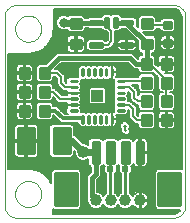
<source format=gtl>
G75*
%MOIN*%
%OFA0B0*%
%FSLAX24Y24*%
%IPPOS*%
%LPD*%
%AMOC8*
5,1,8,0,0,1.08239X$1,22.5*
%
%ADD10C,0.0000*%
%ADD11C,0.0060*%
%ADD12C,0.0101*%
%ADD13C,0.0100*%
%ADD14R,0.0394X0.0394*%
%ADD15C,0.0098*%
%ADD16C,0.0124*%
%ADD17C,0.0397*%
%ADD18C,0.0100*%
%ADD19C,0.0100*%
%ADD20C,0.0240*%
%ADD21C,0.0080*%
%ADD22C,0.0160*%
%ADD23C,0.0120*%
%ADD24C,0.0240*%
%ADD25C,0.0320*%
%ADD26C,0.0400*%
D10*
X000100Y000494D02*
X000100Y006793D01*
X000102Y006832D01*
X000108Y006870D01*
X000117Y006907D01*
X000130Y006944D01*
X000147Y006979D01*
X000166Y007012D01*
X000189Y007043D01*
X000215Y007072D01*
X000244Y007098D01*
X000275Y007121D01*
X000308Y007140D01*
X000343Y007157D01*
X000380Y007170D01*
X000417Y007179D01*
X000455Y007185D01*
X000494Y007187D01*
X005737Y007187D01*
X005776Y007185D01*
X005814Y007179D01*
X005851Y007170D01*
X005888Y007157D01*
X005923Y007140D01*
X005956Y007121D01*
X005987Y007098D01*
X006016Y007072D01*
X006042Y007043D01*
X006065Y007012D01*
X006084Y006979D01*
X006101Y006944D01*
X006114Y006907D01*
X006123Y006870D01*
X006129Y006832D01*
X006131Y006793D01*
X006131Y000494D01*
X006129Y000455D01*
X006123Y000417D01*
X006114Y000380D01*
X006101Y000343D01*
X006084Y000308D01*
X006065Y000275D01*
X006042Y000244D01*
X006016Y000215D01*
X005987Y000189D01*
X005956Y000166D01*
X005923Y000147D01*
X005888Y000130D01*
X005851Y000117D01*
X005814Y000108D01*
X005776Y000102D01*
X005737Y000100D01*
X000494Y000100D01*
X000455Y000102D01*
X000417Y000108D01*
X000380Y000117D01*
X000343Y000130D01*
X000308Y000147D01*
X000275Y000166D01*
X000244Y000189D01*
X000215Y000215D01*
X000189Y000244D01*
X000166Y000275D01*
X000147Y000308D01*
X000130Y000343D01*
X000117Y000380D01*
X000108Y000417D01*
X000102Y000455D01*
X000100Y000494D01*
X000454Y000887D02*
X000456Y000928D01*
X000462Y000969D01*
X000472Y001009D01*
X000485Y001048D01*
X000502Y001085D01*
X000523Y001121D01*
X000547Y001155D01*
X000574Y001186D01*
X000603Y001214D01*
X000636Y001240D01*
X000670Y001262D01*
X000707Y001281D01*
X000745Y001296D01*
X000785Y001308D01*
X000825Y001316D01*
X000866Y001320D01*
X000908Y001320D01*
X000949Y001316D01*
X000989Y001308D01*
X001029Y001296D01*
X001067Y001281D01*
X001103Y001262D01*
X001138Y001240D01*
X001171Y001214D01*
X001200Y001186D01*
X001227Y001155D01*
X001251Y001121D01*
X001272Y001085D01*
X001289Y001048D01*
X001302Y001009D01*
X001312Y000969D01*
X001318Y000928D01*
X001320Y000887D01*
X001318Y000846D01*
X001312Y000805D01*
X001302Y000765D01*
X001289Y000726D01*
X001272Y000689D01*
X001251Y000653D01*
X001227Y000619D01*
X001200Y000588D01*
X001171Y000560D01*
X001138Y000534D01*
X001104Y000512D01*
X001067Y000493D01*
X001029Y000478D01*
X000989Y000466D01*
X000949Y000458D01*
X000908Y000454D01*
X000866Y000454D01*
X000825Y000458D01*
X000785Y000466D01*
X000745Y000478D01*
X000707Y000493D01*
X000671Y000512D01*
X000636Y000534D01*
X000603Y000560D01*
X000574Y000588D01*
X000547Y000619D01*
X000523Y000653D01*
X000502Y000689D01*
X000485Y000726D01*
X000472Y000765D01*
X000462Y000805D01*
X000456Y000846D01*
X000454Y000887D01*
X000454Y006399D02*
X000456Y006440D01*
X000462Y006481D01*
X000472Y006521D01*
X000485Y006560D01*
X000502Y006597D01*
X000523Y006633D01*
X000547Y006667D01*
X000574Y006698D01*
X000603Y006726D01*
X000636Y006752D01*
X000670Y006774D01*
X000707Y006793D01*
X000745Y006808D01*
X000785Y006820D01*
X000825Y006828D01*
X000866Y006832D01*
X000908Y006832D01*
X000949Y006828D01*
X000989Y006820D01*
X001029Y006808D01*
X001067Y006793D01*
X001103Y006774D01*
X001138Y006752D01*
X001171Y006726D01*
X001200Y006698D01*
X001227Y006667D01*
X001251Y006633D01*
X001272Y006597D01*
X001289Y006560D01*
X001302Y006521D01*
X001312Y006481D01*
X001318Y006440D01*
X001320Y006399D01*
X001318Y006358D01*
X001312Y006317D01*
X001302Y006277D01*
X001289Y006238D01*
X001272Y006201D01*
X001251Y006165D01*
X001227Y006131D01*
X001200Y006100D01*
X001171Y006072D01*
X001138Y006046D01*
X001104Y006024D01*
X001067Y006005D01*
X001029Y005990D01*
X000989Y005978D01*
X000949Y005970D01*
X000908Y005966D01*
X000866Y005966D01*
X000825Y005970D01*
X000785Y005978D01*
X000745Y005990D01*
X000707Y006005D01*
X000671Y006024D01*
X000636Y006046D01*
X000603Y006072D01*
X000574Y006100D01*
X000547Y006131D01*
X000523Y006165D01*
X000502Y006201D01*
X000485Y006238D01*
X000472Y006277D01*
X000462Y006317D01*
X000456Y006358D01*
X000454Y006399D01*
D11*
X000230Y005563D02*
X000923Y005563D01*
X000924Y005562D01*
X000936Y005563D01*
X000947Y005563D01*
X000948Y005564D01*
X001050Y005575D01*
X001053Y005574D01*
X001063Y005576D01*
X001074Y005577D01*
X001076Y005580D01*
X001176Y005606D01*
X001178Y005605D01*
X001188Y005610D01*
X001198Y005612D01*
X001200Y005615D01*
X001294Y005657D01*
X001297Y005656D01*
X001306Y005662D01*
X001316Y005666D01*
X001317Y005669D01*
X001404Y005725D01*
X001407Y005725D01*
X001414Y005732D01*
X001423Y005738D01*
X001424Y005741D01*
X001501Y005810D01*
X001504Y005810D01*
X001511Y005819D01*
X001519Y005826D01*
X001519Y005829D01*
X001584Y005909D01*
X001587Y005910D01*
X001592Y005919D01*
X001599Y005927D01*
X001598Y005930D01*
X001650Y006019D01*
X001653Y006021D01*
X001657Y006031D01*
X001662Y006040D01*
X001661Y006043D01*
X001699Y006139D01*
X001701Y006141D01*
X001703Y006151D01*
X001707Y006161D01*
X001706Y006164D01*
X001727Y006265D01*
X001730Y006267D01*
X001730Y006277D01*
X001732Y006288D01*
X001731Y006290D01*
X001736Y006392D01*
X001737Y006392D01*
X001737Y006405D01*
X001738Y006417D01*
X001737Y006418D01*
X001897Y006418D01*
X001927Y006388D02*
X001857Y006458D01*
X001819Y006550D01*
X001819Y006650D01*
X001857Y006742D01*
X001927Y006812D01*
X002019Y006850D01*
X002118Y006850D01*
X002210Y006812D01*
X002213Y006810D01*
X002213Y006810D01*
X002250Y006846D01*
X002700Y006846D01*
X002777Y006769D01*
X002878Y006769D01*
X002777Y006769D01*
X002719Y006828D02*
X003342Y006828D01*
X003323Y006808D02*
X003323Y006797D01*
X002906Y006797D01*
X002878Y006769D01*
X002878Y006429D02*
X002782Y006429D01*
X002782Y006354D01*
X002700Y006273D01*
X002250Y006273D01*
X002168Y006354D01*
X002168Y006371D01*
X002118Y006350D01*
X002019Y006350D01*
X001927Y006388D01*
X001996Y006360D02*
X001735Y006360D01*
X001737Y006418D02*
X001737Y007057D01*
X005737Y007057D01*
X005788Y007052D01*
X005883Y007012D01*
X005956Y006939D01*
X005995Y006844D01*
X006001Y006793D01*
X006001Y001722D01*
X005189Y001722D01*
X005100Y001633D01*
X005100Y000450D01*
X005189Y000361D01*
X005962Y000361D01*
X005956Y000347D01*
X005883Y000274D01*
X005788Y000235D01*
X005737Y000230D01*
X001730Y000230D01*
X001730Y000375D01*
X001744Y000361D01*
X002573Y000361D01*
X002662Y000450D01*
X002662Y001633D01*
X002573Y001722D01*
X001744Y001722D01*
X001655Y001633D01*
X001655Y001245D01*
X001636Y001288D01*
X001637Y001291D01*
X001631Y001300D01*
X001627Y001309D01*
X001624Y001310D01*
X001568Y001397D01*
X001568Y001400D01*
X001561Y001408D01*
X001555Y001417D01*
X001552Y001418D01*
X001483Y001495D01*
X001483Y001497D01*
X001474Y001504D01*
X001467Y001512D01*
X001464Y001512D01*
X001384Y001577D01*
X001383Y001580D01*
X001374Y001586D01*
X001366Y001592D01*
X001363Y001592D01*
X001274Y001644D01*
X001272Y001646D01*
X001262Y001650D01*
X001253Y001656D01*
X001250Y001655D01*
X001154Y001692D01*
X001152Y001695D01*
X001142Y001697D01*
X001132Y001701D01*
X001129Y001699D01*
X001028Y001721D01*
X001026Y001723D01*
X001016Y001724D01*
X001005Y001726D01*
X001003Y001724D01*
X000901Y001730D01*
X000901Y001731D01*
X000888Y001731D01*
X000876Y001731D01*
X000875Y001731D01*
X000230Y001731D01*
X000230Y005563D01*
X000230Y005541D02*
X001800Y005541D01*
X001842Y005582D02*
X001479Y005219D01*
X001229Y005219D01*
X001148Y005137D01*
X001148Y004688D01*
X001229Y004606D01*
X001640Y004606D01*
X001721Y004688D01*
X001721Y004783D01*
X001796Y004783D01*
X001845Y004734D01*
X001845Y004546D01*
X001688Y004546D01*
X001721Y004512D02*
X001640Y004594D01*
X001229Y004594D01*
X001148Y004512D01*
X001148Y004063D01*
X001229Y003981D01*
X001640Y003981D01*
X001721Y004063D01*
X001721Y004107D01*
X001895Y003934D01*
X002171Y003934D01*
X002168Y003930D01*
X002159Y003895D01*
X002159Y003867D01*
X002159Y003840D01*
X002168Y003804D01*
X002187Y003772D01*
X002190Y003769D01*
X002159Y003737D01*
X002159Y003603D01*
X002200Y003562D01*
X002100Y003562D01*
X001850Y003812D01*
X001721Y003812D01*
X001721Y003887D01*
X001640Y003969D01*
X001229Y003969D01*
X001148Y003887D01*
X001148Y003438D01*
X001229Y003356D01*
X001640Y003356D01*
X001721Y003438D01*
X001721Y003513D01*
X001725Y003513D01*
X001888Y003350D01*
X001975Y003263D01*
X002553Y003263D01*
X002553Y003210D01*
X002635Y003128D01*
X002769Y003128D01*
X002800Y003159D01*
X002832Y003128D01*
X002965Y003128D01*
X002997Y003159D01*
X003028Y003128D01*
X003162Y003128D01*
X003194Y003159D01*
X003225Y003128D01*
X003359Y003128D01*
X003391Y003159D01*
X003422Y003128D01*
X003556Y003128D01*
X003587Y003159D01*
X003591Y003156D01*
X003623Y003137D01*
X003659Y003128D01*
X003686Y003128D01*
X003713Y003128D01*
X003749Y003137D01*
X003781Y003156D01*
X003807Y003182D01*
X003825Y003214D01*
X003835Y003249D01*
X003835Y003375D01*
X003686Y003375D01*
X003686Y003375D01*
X003686Y003128D01*
X003686Y003375D01*
X003686Y003375D01*
X003835Y003375D01*
X003835Y003501D01*
X003829Y003521D01*
X004147Y003521D01*
X004229Y003603D01*
X004229Y003694D01*
X004251Y003671D01*
X004251Y003421D01*
X004376Y003296D01*
X004452Y003220D01*
X004541Y003220D01*
X004541Y003125D01*
X004623Y003043D01*
X005033Y003043D01*
X005115Y003125D01*
X005115Y003575D01*
X005033Y003657D01*
X004623Y003657D01*
X004541Y003575D01*
X004541Y003499D01*
X004511Y003529D01*
X004511Y003779D01*
X004435Y003855D01*
X004293Y003997D01*
X004229Y003997D01*
X004229Y004131D01*
X004197Y004162D01*
X004229Y004194D01*
X004229Y004288D01*
X004283Y004234D01*
X004283Y004046D01*
X004359Y003970D01*
X004408Y003921D01*
X004484Y003845D01*
X004541Y003845D01*
X004541Y003750D01*
X004623Y003668D01*
X005033Y003668D01*
X005115Y003750D01*
X005115Y004200D01*
X005033Y004282D01*
X004623Y004282D01*
X004542Y004201D01*
X004542Y004341D01*
X004466Y004417D01*
X004359Y004525D01*
X004541Y004525D01*
X004541Y004375D01*
X004623Y004293D01*
X005033Y004293D01*
X005115Y004375D01*
X005115Y004825D01*
X005033Y004907D01*
X004623Y004907D01*
X004541Y004825D01*
X004541Y004785D01*
X004166Y004785D01*
X004147Y004804D01*
X003829Y004804D01*
X003835Y004824D01*
X003835Y004950D01*
X003835Y005076D01*
X003825Y005111D01*
X003807Y005143D01*
X003781Y005169D01*
X003749Y005188D01*
X003713Y005197D01*
X003686Y005197D01*
X003686Y004950D01*
X003835Y004950D01*
X003686Y004950D01*
X003686Y004950D01*
X003686Y004950D01*
X003686Y005197D01*
X003659Y005197D01*
X003623Y005188D01*
X003591Y005169D01*
X003587Y005166D01*
X003556Y005197D01*
X003422Y005197D01*
X003391Y005166D01*
X003359Y005197D01*
X003225Y005197D01*
X003194Y005166D01*
X003162Y005197D01*
X003028Y005197D01*
X002997Y005166D01*
X002965Y005197D01*
X002832Y005197D01*
X002800Y005166D01*
X002769Y005197D01*
X002635Y005197D01*
X002553Y005115D01*
X002553Y004804D01*
X002241Y004804D01*
X002159Y004722D01*
X002159Y004600D01*
X002105Y004654D01*
X002105Y004841D01*
X001980Y004966D01*
X001904Y005042D01*
X001783Y005042D01*
X001983Y005243D01*
X004217Y005243D01*
X004405Y005055D01*
X004541Y005055D01*
X004541Y005000D01*
X004623Y004918D01*
X005033Y004918D01*
X005050Y004935D01*
X005210Y004775D01*
X005210Y004375D01*
X005292Y004293D01*
X005367Y004293D01*
X005367Y004282D01*
X005292Y004282D01*
X005210Y004200D01*
X005210Y003750D01*
X005292Y003668D01*
X005702Y003668D01*
X005784Y003750D01*
X005784Y004200D01*
X005702Y004282D01*
X005627Y004282D01*
X005627Y004293D01*
X005702Y004293D01*
X005784Y004375D01*
X005784Y004825D01*
X005702Y004907D01*
X005446Y004907D01*
X005434Y004918D01*
X005467Y004918D01*
X005467Y005195D01*
X005210Y005195D01*
X005210Y005142D01*
X005115Y005238D01*
X005115Y005450D01*
X005033Y005532D01*
X005020Y005532D01*
X005020Y005604D01*
X005075Y005604D01*
X005157Y005685D01*
X005157Y006096D01*
X005075Y006177D01*
X004826Y006177D01*
X004730Y006273D01*
X005075Y006273D01*
X005157Y006354D01*
X005157Y006390D01*
X005290Y006390D01*
X005290Y006355D01*
X005372Y006273D01*
X005703Y006273D01*
X005785Y006355D01*
X005785Y006686D01*
X005703Y006768D01*
X005372Y006768D01*
X005290Y006686D01*
X005290Y006650D01*
X005157Y006650D01*
X005157Y006765D01*
X005075Y006846D01*
X004625Y006846D01*
X004543Y006765D01*
X004543Y006459D01*
X004501Y006502D01*
X004501Y006715D01*
X004419Y006797D01*
X004002Y006797D01*
X004002Y006808D01*
X003920Y006890D01*
X003705Y006890D01*
X003662Y006848D01*
X003620Y006890D01*
X003405Y006890D01*
X003323Y006808D01*
X003401Y006886D02*
X001737Y006886D01*
X001737Y006828D02*
X001965Y006828D01*
X001884Y006769D02*
X001737Y006769D01*
X001737Y006711D02*
X001844Y006711D01*
X001820Y006652D02*
X001737Y006652D01*
X001737Y006594D02*
X001819Y006594D01*
X001825Y006535D02*
X001737Y006535D01*
X001737Y006477D02*
X001849Y006477D01*
X001731Y006301D02*
X002222Y006301D01*
X002168Y006360D02*
X002141Y006360D01*
X002254Y006168D02*
X002222Y006149D01*
X002196Y006123D01*
X002178Y006092D01*
X002168Y006056D01*
X002168Y005920D01*
X002445Y005920D01*
X002445Y005860D01*
X002505Y005860D01*
X002505Y005604D01*
X002661Y005604D01*
X002696Y005613D01*
X002728Y005631D01*
X002754Y005657D01*
X002772Y005689D01*
X002782Y005724D01*
X002782Y005860D01*
X002505Y005860D01*
X002505Y005920D01*
X002782Y005920D01*
X002782Y006056D01*
X002772Y006092D01*
X002754Y006123D01*
X002728Y006149D01*
X002696Y006168D01*
X002661Y006177D01*
X002505Y006177D01*
X002505Y005920D01*
X002445Y005920D01*
X002445Y006177D01*
X002289Y006177D01*
X002254Y006168D01*
X002198Y006126D02*
X001693Y006126D01*
X001710Y006184D02*
X002824Y006184D01*
X002819Y006184D02*
X003506Y006184D01*
X003533Y006184D02*
X003477Y006184D01*
X003477Y006201D02*
X003477Y006148D01*
X003467Y006113D01*
X003449Y006081D01*
X003423Y006055D01*
X003402Y006042D01*
X003464Y005980D01*
X003484Y005980D01*
X003533Y006029D01*
X003533Y006265D01*
X003487Y006310D01*
X003506Y006291D01*
X003506Y006038D01*
X003407Y006038D01*
X003395Y006049D01*
X002906Y006049D01*
X002895Y006038D01*
X002819Y006038D01*
X002819Y006413D01*
X002895Y006413D01*
X002906Y006401D01*
X003323Y006401D01*
X003323Y006392D01*
X003405Y006310D01*
X003487Y006310D01*
X003475Y006310D01*
X003477Y006302D01*
X003477Y006249D01*
X003175Y006249D01*
X003175Y006201D01*
X003477Y006201D01*
X003506Y006243D02*
X002819Y006243D01*
X002824Y006249D02*
X003127Y006249D01*
X003127Y006201D01*
X002824Y006201D01*
X002824Y006148D01*
X002834Y006113D01*
X002852Y006081D01*
X002878Y006055D01*
X002900Y006042D01*
X002824Y005967D01*
X002824Y005735D01*
X002906Y005653D01*
X003395Y005653D01*
X003462Y005720D01*
X003591Y005720D01*
X003667Y005796D01*
X003792Y005921D01*
X003792Y006310D01*
X003920Y006310D01*
X004002Y006392D01*
X004002Y006401D01*
X004117Y006401D01*
X004136Y006377D01*
X004147Y006375D01*
X004543Y005979D01*
X004543Y005685D01*
X004625Y005604D01*
X004680Y005604D01*
X004680Y005532D01*
X004623Y005532D01*
X004541Y005450D01*
X004541Y005399D01*
X004358Y005582D01*
X001842Y005582D01*
X001742Y005482D02*
X000230Y005482D01*
X000230Y005424D02*
X001683Y005424D01*
X001625Y005365D02*
X000230Y005365D01*
X000230Y005307D02*
X001566Y005307D01*
X001508Y005248D02*
X000230Y005248D01*
X000230Y005190D02*
X000531Y005190D01*
X000532Y005191D02*
X000506Y005165D01*
X000488Y005134D01*
X000479Y005098D01*
X000479Y004942D01*
X000735Y004942D01*
X000735Y004883D01*
X000479Y004883D01*
X000479Y004727D01*
X000488Y004691D01*
X000506Y004660D01*
X000532Y004634D01*
X000564Y004615D01*
X000599Y004606D01*
X000735Y004606D01*
X000735Y004882D01*
X000795Y004882D01*
X000795Y004606D01*
X000931Y004606D01*
X000967Y004615D01*
X000998Y004634D01*
X001024Y004660D01*
X001043Y004691D01*
X001052Y004727D01*
X001052Y004883D01*
X000795Y004883D01*
X000795Y004942D01*
X001052Y004942D01*
X001052Y005098D01*
X001043Y005134D01*
X001024Y005165D01*
X000998Y005191D01*
X000967Y005210D01*
X000931Y005219D01*
X000795Y005219D01*
X000795Y004943D01*
X000735Y004943D01*
X000735Y005219D01*
X000599Y005219D01*
X000564Y005210D01*
X000532Y005191D01*
X000487Y005131D02*
X000230Y005131D01*
X000230Y005073D02*
X000479Y005073D01*
X000479Y005014D02*
X000230Y005014D01*
X000230Y004956D02*
X000479Y004956D01*
X000479Y004839D02*
X000230Y004839D01*
X000230Y004897D02*
X000735Y004897D01*
X000735Y004839D02*
X000795Y004839D01*
X000795Y004897D02*
X001148Y004897D01*
X001148Y004839D02*
X001052Y004839D01*
X001052Y004780D02*
X001148Y004780D01*
X001148Y004722D02*
X001051Y004722D01*
X001026Y004663D02*
X001172Y004663D01*
X001181Y004546D02*
X001019Y004546D01*
X001024Y004540D02*
X000998Y004566D01*
X000967Y004585D01*
X000931Y004594D01*
X000795Y004594D01*
X000795Y004318D01*
X000735Y004318D01*
X000735Y004594D01*
X000599Y004594D01*
X000564Y004585D01*
X000532Y004566D01*
X000506Y004540D01*
X000488Y004509D01*
X000479Y004473D01*
X000479Y004317D01*
X000735Y004317D01*
X000735Y004258D01*
X000479Y004258D01*
X000479Y004102D01*
X000488Y004066D01*
X000506Y004035D01*
X000532Y004009D01*
X000564Y003990D01*
X000599Y003981D01*
X000735Y003981D01*
X000735Y004257D01*
X000795Y004257D01*
X000795Y003981D01*
X000931Y003981D01*
X000967Y003990D01*
X000998Y004009D01*
X001024Y004035D01*
X001043Y004066D01*
X001052Y004102D01*
X001052Y004258D01*
X000795Y004258D01*
X000795Y004317D01*
X001052Y004317D01*
X001052Y004473D01*
X001043Y004509D01*
X001024Y004540D01*
X001048Y004488D02*
X001148Y004488D01*
X001148Y004429D02*
X001052Y004429D01*
X001052Y004371D02*
X001148Y004371D01*
X001148Y004312D02*
X000795Y004312D01*
X000795Y004254D02*
X000735Y004254D01*
X000735Y004312D02*
X000230Y004312D01*
X000230Y004254D02*
X000479Y004254D01*
X000479Y004195D02*
X000230Y004195D01*
X000230Y004137D02*
X000479Y004137D01*
X000485Y004078D02*
X000230Y004078D01*
X000230Y004020D02*
X000522Y004020D01*
X000564Y003960D02*
X000532Y003941D01*
X000506Y003915D01*
X000488Y003884D01*
X000479Y003848D01*
X000479Y003692D01*
X000735Y003692D01*
X000735Y003633D01*
X000479Y003633D01*
X000479Y003477D01*
X000488Y003441D01*
X000506Y003410D01*
X000532Y003384D01*
X000564Y003365D01*
X000599Y003356D01*
X000735Y003356D01*
X000735Y003632D01*
X000795Y003632D01*
X000795Y003356D01*
X000931Y003356D01*
X000967Y003365D01*
X000998Y003384D01*
X001024Y003410D01*
X001043Y003441D01*
X001052Y003477D01*
X001052Y003633D01*
X000795Y003633D01*
X000795Y003692D01*
X001052Y003692D01*
X001052Y003848D01*
X001043Y003884D01*
X001024Y003915D01*
X000998Y003941D01*
X000967Y003960D01*
X000931Y003969D01*
X000795Y003969D01*
X000795Y003693D01*
X000735Y003693D01*
X000735Y003969D01*
X000599Y003969D01*
X000564Y003960D01*
X000569Y003961D02*
X000230Y003961D01*
X000230Y003903D02*
X000499Y003903D01*
X000479Y003844D02*
X000230Y003844D01*
X000230Y003786D02*
X000479Y003786D01*
X000479Y003727D02*
X000230Y003727D01*
X000230Y003669D02*
X000735Y003669D01*
X000735Y003727D02*
X000795Y003727D01*
X000795Y003669D02*
X001148Y003669D01*
X001148Y003727D02*
X001052Y003727D01*
X001052Y003786D02*
X001148Y003786D01*
X001148Y003844D02*
X001052Y003844D01*
X001032Y003903D02*
X001163Y003903D01*
X001221Y003961D02*
X000961Y003961D01*
X001009Y004020D02*
X001191Y004020D01*
X001148Y004078D02*
X001046Y004078D01*
X001052Y004137D02*
X001148Y004137D01*
X001148Y004195D02*
X001052Y004195D01*
X001052Y004254D02*
X001148Y004254D01*
X000795Y004195D02*
X000735Y004195D01*
X000735Y004137D02*
X000795Y004137D01*
X000795Y004078D02*
X000735Y004078D01*
X000735Y004020D02*
X000795Y004020D01*
X000795Y003961D02*
X000735Y003961D01*
X000735Y003903D02*
X000795Y003903D01*
X000795Y003844D02*
X000735Y003844D01*
X000735Y003786D02*
X000795Y003786D01*
X000795Y003610D02*
X000735Y003610D01*
X000735Y003552D02*
X000795Y003552D01*
X000795Y003493D02*
X000735Y003493D01*
X000735Y003435D02*
X000795Y003435D01*
X000795Y003376D02*
X000735Y003376D01*
X000792Y003225D02*
X000539Y003225D01*
X000503Y003215D01*
X000471Y003197D01*
X000445Y003171D01*
X000427Y003139D01*
X000417Y003103D01*
X000417Y002692D01*
X000792Y002692D01*
X000792Y002633D01*
X000417Y002633D01*
X000417Y002222D01*
X000427Y002186D01*
X000445Y002154D01*
X000471Y002128D01*
X000503Y002110D01*
X000539Y002100D01*
X000792Y002100D01*
X000792Y002632D01*
X000852Y002632D01*
X000852Y002100D01*
X001105Y002100D01*
X001141Y002110D01*
X001173Y002128D01*
X001199Y002154D01*
X001217Y002186D01*
X001227Y002222D01*
X001227Y002633D01*
X000852Y002633D01*
X000852Y002692D01*
X001227Y002692D01*
X001227Y003103D01*
X001217Y003139D01*
X001199Y003171D01*
X001173Y003197D01*
X001141Y003215D01*
X001105Y003225D01*
X000852Y003225D01*
X000852Y002693D01*
X000792Y002693D01*
X000792Y003225D01*
X000792Y003201D02*
X000852Y003201D01*
X000852Y003142D02*
X000792Y003142D01*
X000792Y003084D02*
X000852Y003084D01*
X000852Y003025D02*
X000792Y003025D01*
X000792Y002967D02*
X000852Y002967D01*
X000852Y002908D02*
X000792Y002908D01*
X000792Y002850D02*
X000852Y002850D01*
X000852Y002791D02*
X000792Y002791D01*
X000792Y002733D02*
X000852Y002733D01*
X000852Y002674D02*
X001598Y002674D01*
X001598Y002616D02*
X001227Y002616D01*
X001227Y002557D02*
X001598Y002557D01*
X001598Y002499D02*
X001227Y002499D01*
X001227Y002440D02*
X001598Y002440D01*
X001598Y002382D02*
X001227Y002382D01*
X001227Y002323D02*
X001598Y002323D01*
X001598Y002265D02*
X001227Y002265D01*
X001223Y002206D02*
X001598Y002206D01*
X001598Y002182D02*
X001680Y002100D01*
X002326Y002100D01*
X002408Y002182D01*
X002408Y002308D01*
X002435Y002281D01*
X002435Y002230D01*
X002479Y002123D01*
X002561Y002042D01*
X002667Y001998D01*
X002783Y001998D01*
X002889Y002042D01*
X002896Y002048D01*
X002896Y001870D01*
X002973Y001793D01*
X002973Y001620D01*
X002936Y001582D01*
X002836Y001483D01*
X002836Y000745D01*
X002855Y000727D01*
X002855Y000622D01*
X002899Y000516D01*
X002980Y000435D01*
X003086Y000391D01*
X003200Y000391D01*
X003306Y000435D01*
X003388Y000516D01*
X003389Y000519D01*
X003391Y000516D01*
X003472Y000435D01*
X003578Y000391D01*
X003693Y000391D01*
X003799Y000435D01*
X003880Y000516D01*
X003881Y000519D01*
X003883Y000516D01*
X003964Y000435D01*
X004070Y000391D01*
X004185Y000391D01*
X004291Y000435D01*
X004372Y000516D01*
X004376Y000525D01*
X004395Y000495D01*
X004436Y000455D01*
X004483Y000423D01*
X004535Y000402D01*
X004591Y000391D01*
X004600Y000391D01*
X004600Y000660D01*
X004639Y000660D01*
X004639Y000698D01*
X004908Y000698D01*
X004908Y000707D01*
X004897Y000763D01*
X004875Y000816D01*
X004843Y000863D01*
X004803Y000903D01*
X004756Y000935D01*
X004704Y000956D01*
X004648Y000968D01*
X004639Y000968D01*
X004639Y000698D01*
X004600Y000698D01*
X004600Y000968D01*
X004591Y000968D01*
X004535Y000956D01*
X004483Y000935D01*
X004436Y000903D01*
X004395Y000863D01*
X004376Y000833D01*
X004372Y000842D01*
X004291Y000924D01*
X004271Y000932D01*
X004271Y001568D01*
X004341Y001638D01*
X004341Y001812D01*
X004329Y001824D01*
X004375Y001870D01*
X004375Y001899D01*
X004382Y001874D01*
X004400Y001842D01*
X004426Y001816D01*
X004458Y001798D01*
X004494Y001788D01*
X004589Y001788D01*
X004589Y002242D01*
X004649Y002242D01*
X004649Y001788D01*
X004745Y001788D01*
X004781Y001798D01*
X004813Y001816D01*
X004839Y001842D01*
X004857Y001874D01*
X004867Y001910D01*
X004867Y002242D01*
X004649Y002242D01*
X004649Y002302D01*
X004589Y002302D01*
X004589Y002755D01*
X004494Y002755D01*
X004458Y002746D01*
X004426Y002727D01*
X004400Y002701D01*
X004382Y002669D01*
X004375Y002644D01*
X004375Y002673D01*
X004293Y002755D01*
X003962Y002755D01*
X003881Y002675D01*
X003800Y002755D01*
X003470Y002755D01*
X003389Y002675D01*
X003308Y002755D01*
X002978Y002755D01*
X002896Y002673D01*
X002896Y002527D01*
X002889Y002533D01*
X002783Y002577D01*
X002732Y002577D01*
X002560Y002749D01*
X002560Y002749D01*
X002437Y002872D01*
X002408Y002872D01*
X002408Y003143D01*
X002326Y003225D01*
X001680Y003225D01*
X001598Y003143D01*
X001598Y002182D01*
X001633Y002148D02*
X001192Y002148D01*
X000852Y002148D02*
X000792Y002148D01*
X000792Y002206D02*
X000852Y002206D01*
X000852Y002265D02*
X000792Y002265D01*
X000792Y002323D02*
X000852Y002323D01*
X000852Y002382D02*
X000792Y002382D01*
X000792Y002440D02*
X000852Y002440D01*
X000852Y002499D02*
X000792Y002499D01*
X000792Y002557D02*
X000852Y002557D01*
X000852Y002616D02*
X000792Y002616D01*
X000792Y002674D02*
X000230Y002674D01*
X000230Y002616D02*
X000417Y002616D01*
X000417Y002557D02*
X000230Y002557D01*
X000230Y002499D02*
X000417Y002499D01*
X000417Y002440D02*
X000230Y002440D01*
X000230Y002382D02*
X000417Y002382D01*
X000417Y002323D02*
X000230Y002323D01*
X000230Y002265D02*
X000417Y002265D01*
X000421Y002206D02*
X000230Y002206D01*
X000230Y002148D02*
X000452Y002148D01*
X000230Y002089D02*
X002513Y002089D01*
X002469Y002148D02*
X002373Y002148D01*
X002408Y002206D02*
X002445Y002206D01*
X002435Y002265D02*
X002408Y002265D01*
X002588Y002031D02*
X000230Y002031D01*
X000230Y001972D02*
X002896Y001972D01*
X002896Y001914D02*
X000230Y001914D01*
X000230Y001855D02*
X002911Y001855D01*
X002969Y001797D02*
X000230Y001797D01*
X000230Y001738D02*
X002973Y001738D01*
X002973Y001680D02*
X002616Y001680D01*
X002662Y001621D02*
X002973Y001621D01*
X002916Y001563D02*
X002662Y001563D01*
X002662Y001504D02*
X002857Y001504D01*
X002836Y001446D02*
X002662Y001446D01*
X002662Y001387D02*
X002836Y001387D01*
X002836Y001329D02*
X002662Y001329D01*
X002662Y001270D02*
X002836Y001270D01*
X002836Y001212D02*
X002662Y001212D01*
X002662Y001153D02*
X002836Y001153D01*
X002836Y001095D02*
X002662Y001095D01*
X002662Y001036D02*
X002836Y001036D01*
X002836Y000978D02*
X002662Y000978D01*
X002662Y000919D02*
X002836Y000919D01*
X002836Y000861D02*
X002662Y000861D01*
X002662Y000802D02*
X002836Y000802D01*
X002838Y000744D02*
X002662Y000744D01*
X002662Y000685D02*
X002855Y000685D01*
X002855Y000627D02*
X002662Y000627D01*
X002662Y000568D02*
X002877Y000568D01*
X002905Y000510D02*
X002662Y000510D01*
X002662Y000451D02*
X002963Y000451D01*
X003081Y000393D02*
X002605Y000393D01*
X003205Y000393D02*
X003573Y000393D01*
X003697Y000393D02*
X004065Y000393D01*
X004189Y000393D02*
X004582Y000393D01*
X004600Y000393D02*
X004639Y000393D01*
X004639Y000391D02*
X004648Y000391D01*
X004704Y000402D01*
X004756Y000423D01*
X004803Y000455D01*
X004843Y000495D01*
X004875Y000542D01*
X004897Y000595D01*
X004908Y000651D01*
X004908Y000660D01*
X004639Y000660D01*
X004639Y000391D01*
X004657Y000393D02*
X005158Y000393D01*
X005100Y000451D02*
X004797Y000451D01*
X004853Y000510D02*
X005100Y000510D01*
X005100Y000568D02*
X004886Y000568D01*
X004903Y000627D02*
X005100Y000627D01*
X005100Y000685D02*
X004639Y000685D01*
X004639Y000627D02*
X004600Y000627D01*
X004600Y000568D02*
X004639Y000568D01*
X004639Y000510D02*
X004600Y000510D01*
X004600Y000451D02*
X004639Y000451D01*
X004442Y000451D02*
X004307Y000451D01*
X004366Y000510D02*
X004386Y000510D01*
X004600Y000744D02*
X004639Y000744D01*
X004639Y000802D02*
X004600Y000802D01*
X004600Y000861D02*
X004639Y000861D01*
X004639Y000919D02*
X004600Y000919D01*
X004459Y000919D02*
X004295Y000919D01*
X004271Y000978D02*
X005100Y000978D01*
X005100Y001036D02*
X004271Y001036D01*
X004271Y001095D02*
X005100Y001095D01*
X005100Y001153D02*
X004271Y001153D01*
X004271Y001212D02*
X005100Y001212D01*
X005100Y001270D02*
X004271Y001270D01*
X004271Y001329D02*
X005100Y001329D01*
X005100Y001387D02*
X004271Y001387D01*
X004271Y001446D02*
X005100Y001446D01*
X005100Y001504D02*
X004271Y001504D01*
X004271Y001563D02*
X005100Y001563D01*
X005100Y001621D02*
X004324Y001621D01*
X004341Y001680D02*
X005147Y001680D01*
X004846Y001855D02*
X006001Y001855D01*
X006001Y001797D02*
X004777Y001797D01*
X004867Y001914D02*
X006001Y001914D01*
X006001Y001972D02*
X004867Y001972D01*
X004867Y002031D02*
X006001Y002031D01*
X006001Y002089D02*
X004867Y002089D01*
X004867Y002148D02*
X006001Y002148D01*
X006001Y002206D02*
X004867Y002206D01*
X004867Y002302D02*
X004867Y002634D01*
X004857Y002669D01*
X004839Y002701D01*
X004813Y002727D01*
X004781Y002746D01*
X004745Y002755D01*
X004649Y002755D01*
X004649Y002302D01*
X004867Y002302D01*
X004867Y002323D02*
X006001Y002323D01*
X006001Y002265D02*
X004649Y002265D01*
X004649Y002323D02*
X004589Y002323D01*
X004589Y002382D02*
X004649Y002382D01*
X004649Y002440D02*
X004589Y002440D01*
X004589Y002499D02*
X004649Y002499D01*
X004649Y002557D02*
X004589Y002557D01*
X004589Y002616D02*
X004649Y002616D01*
X004649Y002674D02*
X004589Y002674D01*
X004589Y002733D02*
X004649Y002733D01*
X004804Y002733D02*
X006001Y002733D01*
X006001Y002791D02*
X002518Y002791D01*
X002460Y002850D02*
X006001Y002850D01*
X006001Y002908D02*
X004258Y002908D01*
X004274Y002924D02*
X004274Y003023D01*
X004237Y003060D01*
X004274Y003098D01*
X004274Y003197D01*
X004231Y003240D01*
X004231Y003240D01*
X004161Y003311D01*
X004061Y003311D01*
X003991Y003240D01*
X003948Y003197D01*
X003948Y003098D01*
X003991Y003054D01*
X003991Y002967D01*
X004105Y002854D01*
X004204Y002854D01*
X004274Y002924D01*
X004274Y002967D02*
X006001Y002967D01*
X006001Y003025D02*
X004273Y003025D01*
X004260Y003084D02*
X004583Y003084D01*
X004541Y003142D02*
X004274Y003142D01*
X004271Y003201D02*
X004541Y003201D01*
X004413Y003259D02*
X004212Y003259D01*
X004296Y003376D02*
X003835Y003376D01*
X003835Y003318D02*
X004355Y003318D01*
X004251Y003435D02*
X003835Y003435D01*
X003835Y003493D02*
X004251Y003493D01*
X004251Y003552D02*
X004177Y003552D01*
X004229Y003610D02*
X004251Y003610D01*
X004251Y003669D02*
X004229Y003669D01*
X004388Y003903D02*
X004426Y003903D01*
X004408Y003921D02*
X004408Y003921D01*
X004368Y003961D02*
X004329Y003961D01*
X004359Y003970D02*
X004359Y003970D01*
X004309Y004020D02*
X004229Y004020D01*
X004229Y004078D02*
X004283Y004078D01*
X004283Y004137D02*
X004223Y004137D01*
X004229Y004195D02*
X004283Y004195D01*
X004263Y004254D02*
X004229Y004254D01*
X004396Y004488D02*
X004541Y004488D01*
X004541Y004429D02*
X004455Y004429D01*
X004513Y004371D02*
X004545Y004371D01*
X004542Y004312D02*
X004604Y004312D01*
X004595Y004254D02*
X004542Y004254D01*
X004828Y003975D02*
X004850Y003997D01*
X004850Y003975D01*
X005115Y003961D02*
X005210Y003961D01*
X005210Y003903D02*
X005115Y003903D01*
X005115Y003844D02*
X005210Y003844D01*
X005210Y003786D02*
X005115Y003786D01*
X005092Y003727D02*
X005233Y003727D01*
X005292Y003669D02*
X005033Y003669D01*
X005080Y003610D02*
X005245Y003610D01*
X005238Y003603D02*
X005220Y003571D01*
X005210Y003536D01*
X005210Y003380D01*
X005467Y003380D01*
X005467Y003320D01*
X005210Y003320D01*
X005210Y003164D01*
X005220Y003129D01*
X005238Y003097D01*
X005264Y003071D01*
X005296Y003053D01*
X005331Y003043D01*
X005467Y003043D01*
X005467Y003320D01*
X005527Y003320D01*
X005527Y003043D01*
X005663Y003043D01*
X005699Y003053D01*
X005730Y003071D01*
X005756Y003097D01*
X005775Y003129D01*
X005784Y003164D01*
X005784Y003320D01*
X005527Y003320D01*
X005527Y003380D01*
X005467Y003380D01*
X005467Y003657D01*
X005331Y003657D01*
X005296Y003647D01*
X005264Y003629D01*
X005238Y003603D01*
X005215Y003552D02*
X005115Y003552D01*
X005115Y003493D02*
X005210Y003493D01*
X005210Y003435D02*
X005115Y003435D01*
X005115Y003376D02*
X005467Y003376D01*
X005467Y003318D02*
X005527Y003318D01*
X005527Y003376D02*
X006001Y003376D01*
X006001Y003318D02*
X005784Y003318D01*
X005784Y003259D02*
X006001Y003259D01*
X006001Y003201D02*
X005784Y003201D01*
X005778Y003142D02*
X006001Y003142D01*
X006001Y003084D02*
X005742Y003084D01*
X005527Y003084D02*
X005467Y003084D01*
X005467Y003142D02*
X005527Y003142D01*
X005527Y003201D02*
X005467Y003201D01*
X005467Y003259D02*
X005527Y003259D01*
X005527Y003380D02*
X005784Y003380D01*
X005784Y003536D01*
X005775Y003571D01*
X005756Y003603D01*
X005730Y003629D01*
X005699Y003647D01*
X005663Y003657D01*
X005527Y003657D01*
X005527Y003380D01*
X005527Y003435D02*
X005467Y003435D01*
X005467Y003493D02*
X005527Y003493D01*
X005527Y003552D02*
X005467Y003552D01*
X005467Y003610D02*
X005527Y003610D01*
X005702Y003669D02*
X006001Y003669D01*
X006001Y003727D02*
X005761Y003727D01*
X005784Y003786D02*
X006001Y003786D01*
X006001Y003844D02*
X005784Y003844D01*
X005784Y003903D02*
X006001Y003903D01*
X006001Y003961D02*
X005784Y003961D01*
X005784Y004020D02*
X006001Y004020D01*
X006001Y004078D02*
X005784Y004078D01*
X005784Y004137D02*
X006001Y004137D01*
X006001Y004195D02*
X005784Y004195D01*
X005730Y004254D02*
X006001Y004254D01*
X006001Y004312D02*
X005721Y004312D01*
X005780Y004371D02*
X006001Y004371D01*
X006001Y004429D02*
X005784Y004429D01*
X005784Y004488D02*
X006001Y004488D01*
X006001Y004546D02*
X005784Y004546D01*
X005784Y004605D02*
X006001Y004605D01*
X006001Y004663D02*
X005784Y004663D01*
X005784Y004722D02*
X006001Y004722D01*
X006001Y004780D02*
X005784Y004780D01*
X005770Y004839D02*
X006001Y004839D01*
X006001Y004897D02*
X005712Y004897D01*
X005699Y004928D02*
X005730Y004946D01*
X005756Y004972D01*
X005775Y005004D01*
X005784Y005039D01*
X005784Y005195D01*
X005527Y005195D01*
X005527Y004918D01*
X005663Y004918D01*
X005699Y004928D01*
X005740Y004956D02*
X006001Y004956D01*
X006001Y005014D02*
X005777Y005014D01*
X005784Y005073D02*
X006001Y005073D01*
X006001Y005131D02*
X005784Y005131D01*
X005784Y005190D02*
X006001Y005190D01*
X006001Y005248D02*
X005527Y005248D01*
X005527Y005255D02*
X005784Y005255D01*
X005784Y005411D01*
X005775Y005446D01*
X005756Y005478D01*
X005730Y005504D01*
X005699Y005522D01*
X005663Y005532D01*
X005527Y005532D01*
X005527Y005255D01*
X005467Y005255D01*
X005467Y005195D01*
X005527Y005195D01*
X005527Y005255D01*
X005527Y005307D02*
X005467Y005307D01*
X005467Y005255D02*
X005467Y005532D01*
X005331Y005532D01*
X005296Y005522D01*
X005264Y005504D01*
X005238Y005478D01*
X005220Y005446D01*
X005210Y005411D01*
X005210Y005255D01*
X005467Y005255D01*
X005467Y005248D02*
X005115Y005248D01*
X005115Y005307D02*
X005210Y005307D01*
X005210Y005365D02*
X005115Y005365D01*
X005115Y005424D02*
X005214Y005424D01*
X005242Y005482D02*
X005083Y005482D01*
X005020Y005541D02*
X006001Y005541D01*
X006001Y005599D02*
X005020Y005599D01*
X005129Y005658D02*
X006001Y005658D01*
X006001Y005716D02*
X005737Y005716D01*
X005731Y005710D02*
X005757Y005736D01*
X005775Y005768D01*
X005785Y005804D01*
X005785Y005900D01*
X005568Y005900D01*
X005568Y005960D01*
X005785Y005960D01*
X005785Y006055D01*
X005775Y006091D01*
X005757Y006123D01*
X005731Y006149D01*
X005699Y006168D01*
X005663Y006177D01*
X005567Y006177D01*
X005567Y005960D01*
X005508Y005960D01*
X005508Y006177D01*
X005412Y006177D01*
X005376Y006168D01*
X005344Y006149D01*
X005318Y006123D01*
X005300Y006091D01*
X005290Y006055D01*
X005290Y005960D01*
X005507Y005960D01*
X005507Y005900D01*
X005290Y005900D01*
X005290Y005804D01*
X005300Y005768D01*
X005318Y005736D01*
X005344Y005710D01*
X005376Y005692D01*
X005412Y005682D01*
X005508Y005682D01*
X005508Y005900D01*
X005567Y005900D01*
X005567Y005682D01*
X005663Y005682D01*
X005699Y005692D01*
X005731Y005710D01*
X005777Y005775D02*
X006001Y005775D01*
X006001Y005833D02*
X005785Y005833D01*
X005785Y005892D02*
X006001Y005892D01*
X006001Y005950D02*
X005568Y005950D01*
X005567Y005892D02*
X005508Y005892D01*
X005507Y005950D02*
X005157Y005950D01*
X005157Y005892D02*
X005290Y005892D01*
X005290Y005833D02*
X005157Y005833D01*
X005157Y005775D02*
X005298Y005775D01*
X005338Y005716D02*
X005157Y005716D01*
X005157Y006009D02*
X005290Y006009D01*
X005293Y006067D02*
X005157Y006067D01*
X005127Y006126D02*
X005321Y006126D01*
X005344Y006301D02*
X005103Y006301D01*
X005157Y006360D02*
X005290Y006360D01*
X005290Y006652D02*
X005157Y006652D01*
X005157Y006711D02*
X005315Y006711D01*
X005152Y006769D02*
X006001Y006769D01*
X006001Y006711D02*
X005760Y006711D01*
X005785Y006652D02*
X006001Y006652D01*
X006001Y006594D02*
X005785Y006594D01*
X005785Y006535D02*
X006001Y006535D01*
X006001Y006477D02*
X005785Y006477D01*
X005785Y006418D02*
X006001Y006418D01*
X006001Y006360D02*
X005785Y006360D01*
X005731Y006301D02*
X006001Y006301D01*
X006001Y006243D02*
X004760Y006243D01*
X004819Y006184D02*
X006001Y006184D01*
X006001Y006126D02*
X005754Y006126D01*
X005782Y006067D02*
X006001Y006067D01*
X006001Y006009D02*
X005785Y006009D01*
X005567Y006009D02*
X005508Y006009D01*
X005508Y006067D02*
X005567Y006067D01*
X005567Y006126D02*
X005508Y006126D01*
X005508Y005833D02*
X005567Y005833D01*
X005567Y005775D02*
X005508Y005775D01*
X005508Y005716D02*
X005567Y005716D01*
X005527Y005482D02*
X005467Y005482D01*
X005467Y005424D02*
X005527Y005424D01*
X005527Y005365D02*
X005467Y005365D01*
X005467Y005190D02*
X005527Y005190D01*
X005527Y005131D02*
X005467Y005131D01*
X005467Y005073D02*
X005527Y005073D01*
X005527Y005014D02*
X005467Y005014D01*
X005467Y004956D02*
X005527Y004956D01*
X005475Y004694D02*
X005497Y004600D01*
X005210Y004605D02*
X005115Y004605D01*
X005115Y004663D02*
X005210Y004663D01*
X005210Y004722D02*
X005115Y004722D01*
X005115Y004780D02*
X005205Y004780D01*
X005146Y004839D02*
X005101Y004839D01*
X005088Y004897D02*
X005043Y004897D01*
X005163Y005190D02*
X005210Y005190D01*
X004773Y004655D02*
X004828Y004600D01*
X004850Y004622D01*
X004850Y004600D01*
X005115Y004546D02*
X005210Y004546D01*
X005210Y004488D02*
X005115Y004488D01*
X005115Y004429D02*
X005210Y004429D01*
X005215Y004371D02*
X005110Y004371D01*
X005052Y004312D02*
X005273Y004312D01*
X005264Y004254D02*
X005061Y004254D01*
X005115Y004195D02*
X005210Y004195D01*
X005210Y004137D02*
X005115Y004137D01*
X005115Y004078D02*
X005210Y004078D01*
X005210Y004020D02*
X005115Y004020D01*
X004623Y003669D02*
X004511Y003669D01*
X004511Y003727D02*
X004564Y003727D01*
X004541Y003786D02*
X004505Y003786D01*
X004541Y003844D02*
X004446Y003844D01*
X004511Y003610D02*
X004576Y003610D01*
X004541Y003552D02*
X004511Y003552D01*
X004154Y003147D02*
X004068Y003147D01*
X004111Y003191D02*
X004111Y003017D01*
X004154Y002974D01*
X004050Y002908D02*
X002408Y002908D01*
X002408Y002967D02*
X003992Y002967D01*
X003991Y003025D02*
X002408Y003025D01*
X002408Y003084D02*
X003962Y003084D01*
X003948Y003142D02*
X003757Y003142D01*
X003686Y003142D02*
X003686Y003142D01*
X003686Y003201D02*
X003686Y003201D01*
X003686Y003259D02*
X003686Y003259D01*
X003686Y003318D02*
X003686Y003318D01*
X003686Y003375D02*
X003686Y003623D01*
X003686Y003375D01*
X003686Y003375D01*
X003686Y003376D02*
X003686Y003376D01*
X003686Y003435D02*
X003686Y003435D01*
X003686Y003493D02*
X003686Y003493D01*
X003686Y003552D02*
X003686Y003552D01*
X003686Y003610D02*
X003686Y003610D01*
X003686Y003623D02*
X003659Y003623D01*
X003623Y003613D01*
X003591Y003595D01*
X003587Y003591D01*
X003556Y003623D01*
X003422Y003623D01*
X003391Y003591D01*
X003359Y003623D01*
X003225Y003623D01*
X003194Y003591D01*
X003162Y003623D01*
X003028Y003623D01*
X002997Y003591D01*
X002965Y003623D01*
X002832Y003623D01*
X002800Y003591D01*
X002769Y003623D01*
X002654Y003623D01*
X002654Y003737D01*
X002622Y003769D01*
X002626Y003772D01*
X002644Y003804D01*
X002654Y003840D01*
X002654Y003867D01*
X002406Y003867D01*
X002159Y003867D01*
X002406Y003867D01*
X002406Y003867D01*
X002406Y003867D01*
X002654Y003867D01*
X002654Y003895D01*
X002644Y003930D01*
X002626Y003962D01*
X002622Y003966D01*
X002654Y003997D01*
X002654Y004131D01*
X002622Y004163D01*
X002626Y004166D01*
X002644Y004198D01*
X002654Y004234D01*
X002654Y004261D01*
X002654Y004288D01*
X002644Y004324D01*
X002626Y004356D01*
X002622Y004359D01*
X002654Y004391D01*
X002654Y004525D01*
X002622Y004556D01*
X002654Y004588D01*
X002654Y004702D01*
X002769Y004702D01*
X002800Y004734D01*
X002832Y004702D01*
X002965Y004702D01*
X002997Y004734D01*
X003028Y004702D01*
X003162Y004702D01*
X003194Y004734D01*
X003225Y004702D01*
X003359Y004702D01*
X003391Y004734D01*
X003422Y004702D01*
X003556Y004702D01*
X003587Y004734D01*
X003591Y004730D01*
X003623Y004712D01*
X003659Y004702D01*
X003686Y004702D01*
X003713Y004702D01*
X003734Y004708D01*
X003734Y004588D01*
X003765Y004556D01*
X003734Y004525D01*
X003734Y004391D01*
X003765Y004359D01*
X003734Y004328D01*
X003734Y004194D01*
X003765Y004162D01*
X003734Y004131D01*
X003734Y003997D01*
X003765Y003966D01*
X003734Y003934D01*
X003734Y003800D01*
X003765Y003769D01*
X003734Y003737D01*
X003734Y003617D01*
X003713Y003623D01*
X003686Y003623D01*
X003734Y003669D02*
X002654Y003669D01*
X002654Y003727D02*
X003734Y003727D01*
X003748Y003786D02*
X002633Y003786D01*
X002654Y003844D02*
X003734Y003844D01*
X003734Y003903D02*
X003455Y003903D01*
X003481Y003928D02*
X003428Y003876D01*
X002960Y003876D01*
X002907Y003928D01*
X002907Y004397D01*
X002960Y004449D01*
X003428Y004449D01*
X003481Y004397D01*
X003481Y003928D01*
X003481Y003961D02*
X003761Y003961D01*
X003734Y004020D02*
X003481Y004020D01*
X003481Y004078D02*
X003734Y004078D01*
X003739Y004137D02*
X003481Y004137D01*
X003481Y004195D02*
X003734Y004195D01*
X003734Y004254D02*
X003481Y004254D01*
X003481Y004312D02*
X003734Y004312D01*
X003754Y004371D02*
X003481Y004371D01*
X003448Y004429D02*
X003734Y004429D01*
X003734Y004488D02*
X002654Y004488D01*
X002654Y004429D02*
X002939Y004429D01*
X002907Y004371D02*
X002633Y004371D01*
X002647Y004312D02*
X002907Y004312D01*
X002907Y004254D02*
X002654Y004254D01*
X002654Y004261D02*
X002406Y004261D01*
X002406Y004261D01*
X002159Y004261D01*
X002159Y004288D01*
X002168Y004324D01*
X002171Y004328D01*
X002063Y004328D01*
X001921Y004470D01*
X001845Y004546D01*
X001845Y004605D02*
X000230Y004605D01*
X000230Y004663D02*
X000504Y004663D01*
X000480Y004722D02*
X000230Y004722D01*
X000230Y004780D02*
X000479Y004780D01*
X000512Y004546D02*
X000230Y004546D01*
X000230Y004488D02*
X000482Y004488D01*
X000479Y004429D02*
X000230Y004429D01*
X000230Y004371D02*
X000479Y004371D01*
X000735Y004371D02*
X000795Y004371D01*
X000795Y004429D02*
X000735Y004429D01*
X000735Y004488D02*
X000795Y004488D01*
X000795Y004546D02*
X000735Y004546D01*
X000735Y004663D02*
X000795Y004663D01*
X000795Y004722D02*
X000735Y004722D01*
X000735Y004780D02*
X000795Y004780D01*
X000795Y004956D02*
X000735Y004956D01*
X000735Y005014D02*
X000795Y005014D01*
X000795Y005073D02*
X000735Y005073D01*
X000735Y005131D02*
X000795Y005131D01*
X000795Y005190D02*
X000735Y005190D01*
X001000Y005190D02*
X001200Y005190D01*
X001148Y005131D02*
X001043Y005131D01*
X001052Y005073D02*
X001148Y005073D01*
X001148Y005014D02*
X001052Y005014D01*
X001052Y004956D02*
X001148Y004956D01*
X001413Y004913D02*
X001435Y004913D01*
X001697Y004663D02*
X001845Y004663D01*
X001845Y004722D02*
X001721Y004722D01*
X001721Y004780D02*
X001799Y004780D01*
X001991Y004956D02*
X002553Y004956D01*
X002553Y005014D02*
X001932Y005014D01*
X001871Y005131D02*
X002568Y005131D01*
X002553Y005073D02*
X001813Y005073D01*
X001930Y005190D02*
X002627Y005190D01*
X002776Y005190D02*
X002824Y005190D01*
X002973Y005190D02*
X003021Y005190D01*
X003170Y005190D02*
X003217Y005190D01*
X003367Y005190D02*
X003414Y005190D01*
X003564Y005190D02*
X003629Y005190D01*
X003686Y005190D02*
X003686Y005190D01*
X003743Y005190D02*
X004270Y005190D01*
X004329Y005131D02*
X003814Y005131D01*
X003835Y005073D02*
X004387Y005073D01*
X004541Y005014D02*
X003835Y005014D01*
X003835Y004956D02*
X004585Y004956D01*
X004613Y004897D02*
X003835Y004897D01*
X003835Y004839D02*
X004555Y004839D01*
X004541Y005424D02*
X004517Y005424D01*
X004573Y005482D02*
X004458Y005482D01*
X004400Y005541D02*
X004680Y005541D01*
X004680Y005599D02*
X001148Y005599D01*
X001299Y005658D02*
X002196Y005658D01*
X002196Y005657D02*
X002222Y005631D01*
X002254Y005613D01*
X002289Y005604D01*
X002445Y005604D01*
X002445Y005860D01*
X002168Y005860D01*
X002168Y005724D01*
X002178Y005689D01*
X002196Y005657D01*
X002171Y005716D02*
X001389Y005716D01*
X001462Y005775D02*
X002168Y005775D01*
X002168Y005833D02*
X001522Y005833D01*
X001570Y005892D02*
X002445Y005892D01*
X002445Y005950D02*
X002505Y005950D01*
X002505Y005892D02*
X002824Y005892D01*
X002824Y005950D02*
X002782Y005950D01*
X002782Y006009D02*
X002866Y006009D01*
X002866Y006067D02*
X002779Y006067D01*
X002819Y006067D02*
X003506Y006067D01*
X003533Y006067D02*
X003435Y006067D01*
X003436Y006009D02*
X003512Y006009D01*
X003506Y006126D02*
X002819Y006126D01*
X002830Y006126D02*
X002752Y006126D01*
X002824Y006249D02*
X002824Y006302D01*
X002834Y006337D01*
X002852Y006369D01*
X002878Y006395D01*
X002900Y006408D01*
X002878Y006429D01*
X002889Y006418D02*
X002782Y006418D01*
X002782Y006360D02*
X002847Y006360D01*
X002819Y006360D02*
X003355Y006360D01*
X003477Y006301D02*
X003496Y006301D01*
X002819Y006301D01*
X002824Y006301D02*
X002728Y006301D01*
X002505Y006126D02*
X002445Y006126D01*
X002445Y006067D02*
X002505Y006067D01*
X002505Y006009D02*
X002445Y006009D01*
X002445Y005833D02*
X002505Y005833D01*
X002505Y005775D02*
X002445Y005775D01*
X002445Y005716D02*
X002505Y005716D01*
X002505Y005658D02*
X002445Y005658D01*
X002168Y005950D02*
X001610Y005950D01*
X001644Y006009D02*
X002168Y006009D01*
X002171Y006067D02*
X001671Y006067D01*
X001723Y006243D02*
X003127Y006243D01*
X003175Y006243D02*
X003533Y006243D01*
X003533Y006126D02*
X003471Y006126D01*
X003704Y005833D02*
X004150Y005833D01*
X004150Y005827D02*
X003848Y005827D01*
X003848Y005774D01*
X003858Y005739D01*
X003876Y005707D01*
X003902Y005681D01*
X003934Y005662D01*
X003970Y005653D01*
X004150Y005653D01*
X004150Y005827D01*
X004150Y005875D01*
X003848Y005875D01*
X003848Y005928D01*
X003858Y005963D01*
X003876Y005995D01*
X003902Y006021D01*
X003934Y006040D01*
X003970Y006049D01*
X004150Y006049D01*
X004150Y005875D01*
X004198Y005875D01*
X004198Y006049D01*
X004379Y006049D01*
X004415Y006040D01*
X004447Y006021D01*
X004473Y005995D01*
X004491Y005963D01*
X004501Y005928D01*
X004501Y005875D01*
X004198Y005875D01*
X004198Y005827D01*
X004198Y005653D01*
X004379Y005653D01*
X004415Y005662D01*
X004447Y005681D01*
X004473Y005707D01*
X004491Y005739D01*
X004501Y005774D01*
X004501Y005827D01*
X004198Y005827D01*
X004150Y005827D01*
X004198Y005833D02*
X004543Y005833D01*
X004543Y005775D02*
X004501Y005775D01*
X004478Y005716D02*
X004543Y005716D01*
X004571Y005658D02*
X004397Y005658D01*
X004198Y005658D02*
X004150Y005658D01*
X004150Y005716D02*
X004198Y005716D01*
X004198Y005775D02*
X004150Y005775D01*
X004150Y005892D02*
X004198Y005892D01*
X004198Y005950D02*
X004150Y005950D01*
X004150Y006009D02*
X004198Y006009D01*
X004338Y006184D02*
X003792Y006184D01*
X003792Y006126D02*
X004397Y006126D01*
X004455Y006067D02*
X003792Y006067D01*
X003792Y006009D02*
X003889Y006009D01*
X003854Y005950D02*
X003792Y005950D01*
X003763Y005892D02*
X003848Y005892D01*
X003848Y005775D02*
X003646Y005775D01*
X003458Y005716D02*
X003871Y005716D01*
X003952Y005658D02*
X003400Y005658D01*
X003686Y005131D02*
X003686Y005131D01*
X003686Y005073D02*
X003686Y005073D01*
X003686Y005014D02*
X003686Y005014D01*
X003686Y004956D02*
X003686Y004956D01*
X003686Y004950D02*
X003686Y004702D01*
X003686Y004950D01*
X003686Y004950D01*
X003686Y004897D02*
X003686Y004897D01*
X003686Y004839D02*
X003686Y004839D01*
X003686Y004780D02*
X003686Y004780D01*
X003686Y004722D02*
X003686Y004722D01*
X003734Y004663D02*
X002654Y004663D01*
X002654Y004605D02*
X003734Y004605D01*
X003755Y004546D02*
X002633Y004546D01*
X002788Y004722D02*
X002812Y004722D01*
X002985Y004722D02*
X003009Y004722D01*
X003181Y004722D02*
X003206Y004722D01*
X003378Y004722D02*
X003403Y004722D01*
X003575Y004722D02*
X003606Y004722D01*
X002907Y004195D02*
X002643Y004195D01*
X002648Y004137D02*
X002907Y004137D01*
X002907Y004078D02*
X002654Y004078D01*
X002654Y004020D02*
X002907Y004020D01*
X002907Y003961D02*
X002626Y003961D01*
X002652Y003903D02*
X002933Y003903D01*
X002978Y003610D02*
X003016Y003610D01*
X003175Y003610D02*
X003213Y003610D01*
X003372Y003610D02*
X003410Y003610D01*
X003569Y003610D02*
X003618Y003610D01*
X003835Y003259D02*
X004010Y003259D01*
X003991Y003240D02*
X003991Y003240D01*
X003951Y003201D02*
X003818Y003201D01*
X003615Y003142D02*
X003570Y003142D01*
X003408Y003142D02*
X003373Y003142D01*
X003211Y003142D02*
X003177Y003142D01*
X003014Y003142D02*
X002980Y003142D01*
X002817Y003142D02*
X002783Y003142D01*
X002620Y003142D02*
X002408Y003142D01*
X002350Y003201D02*
X002562Y003201D01*
X002553Y003259D02*
X000230Y003259D01*
X000230Y003201D02*
X000477Y003201D01*
X000428Y003142D02*
X000230Y003142D01*
X000230Y003084D02*
X000417Y003084D01*
X000417Y003025D02*
X000230Y003025D01*
X000230Y002967D02*
X000417Y002967D01*
X000417Y002908D02*
X000230Y002908D01*
X000230Y002850D02*
X000417Y002850D01*
X000417Y002791D02*
X000230Y002791D01*
X000230Y002733D02*
X000417Y002733D01*
X000230Y003318D02*
X001920Y003318D01*
X001862Y003376D02*
X001660Y003376D01*
X001718Y003435D02*
X001803Y003435D01*
X001745Y003493D02*
X001721Y003493D01*
X001935Y003727D02*
X002159Y003727D01*
X002159Y003669D02*
X001994Y003669D01*
X002052Y003610D02*
X002159Y003610D01*
X002179Y003786D02*
X001877Y003786D01*
X001721Y003844D02*
X002159Y003844D01*
X002161Y003903D02*
X001706Y003903D01*
X001648Y003961D02*
X001868Y003961D01*
X001809Y004020D02*
X001678Y004020D01*
X001721Y004078D02*
X001751Y004078D01*
X001943Y004254D02*
X002159Y004254D01*
X002159Y004261D02*
X002159Y004234D01*
X002168Y004198D01*
X002171Y004194D01*
X002002Y004194D01*
X001855Y004341D01*
X001779Y004417D01*
X001721Y004417D01*
X001721Y004512D01*
X001721Y004488D02*
X001904Y004488D01*
X001962Y004429D02*
X001721Y004429D01*
X001826Y004371D02*
X002021Y004371D01*
X001884Y004312D02*
X002165Y004312D01*
X002159Y004261D02*
X002406Y004261D01*
X002654Y004261D01*
X002406Y004261D02*
X002406Y004261D01*
X002170Y004195D02*
X002001Y004195D01*
X002154Y004605D02*
X002159Y004605D01*
X002159Y004663D02*
X002105Y004663D01*
X002105Y004722D02*
X002159Y004722D01*
X002105Y004780D02*
X002217Y004780D01*
X002105Y004839D02*
X002553Y004839D01*
X002553Y004897D02*
X002049Y004897D01*
X002754Y005658D02*
X002902Y005658D01*
X002843Y005716D02*
X002779Y005716D01*
X002782Y005775D02*
X002824Y005775D01*
X002824Y005833D02*
X002782Y005833D01*
X002231Y006828D02*
X002173Y006828D01*
X001737Y006945D02*
X005951Y006945D01*
X005978Y006886D02*
X003924Y006886D01*
X003983Y006828D02*
X004606Y006828D01*
X004548Y006769D02*
X004447Y006769D01*
X004501Y006711D02*
X004543Y006711D01*
X004543Y006652D02*
X004501Y006652D01*
X004501Y006594D02*
X004543Y006594D01*
X004543Y006535D02*
X004501Y006535D01*
X004526Y006477D02*
X004543Y006477D01*
X004280Y006243D02*
X003792Y006243D01*
X003792Y006301D02*
X004221Y006301D01*
X004163Y006360D02*
X003970Y006360D01*
X003701Y006886D02*
X003624Y006886D01*
X004459Y006009D02*
X004514Y006009D01*
X004495Y005950D02*
X004543Y005950D01*
X004543Y005892D02*
X004501Y005892D01*
X004850Y006560D02*
X004952Y006520D01*
X005094Y006828D02*
X005997Y006828D01*
X005892Y007003D02*
X001737Y007003D01*
X001148Y003610D02*
X001052Y003610D01*
X001052Y003552D02*
X001148Y003552D01*
X001148Y003493D02*
X001052Y003493D01*
X001039Y003435D02*
X001151Y003435D01*
X001209Y003376D02*
X000985Y003376D01*
X001166Y003201D02*
X001656Y003201D01*
X001598Y003142D02*
X001215Y003142D01*
X001227Y003084D02*
X001598Y003084D01*
X001598Y003025D02*
X001227Y003025D01*
X001227Y002967D02*
X001598Y002967D01*
X001598Y002908D02*
X001227Y002908D01*
X001227Y002850D02*
X001598Y002850D01*
X001598Y002791D02*
X001227Y002791D01*
X001227Y002733D02*
X001598Y002733D01*
X002577Y002733D02*
X002955Y002733D01*
X002896Y002674D02*
X002635Y002674D01*
X002694Y002616D02*
X002896Y002616D01*
X002896Y002557D02*
X002832Y002557D01*
X002862Y002031D02*
X002896Y002031D01*
X003313Y001793D02*
X003313Y001479D01*
X003176Y001342D01*
X003176Y000968D01*
X003200Y000968D01*
X003306Y000924D01*
X003388Y000842D01*
X003389Y000839D01*
X003391Y000842D01*
X003472Y000924D01*
X003491Y000932D01*
X003491Y001568D01*
X003421Y001638D01*
X003421Y001812D01*
X003434Y001824D01*
X003389Y001869D01*
X003313Y001793D01*
X003317Y001797D02*
X003421Y001797D01*
X003421Y001738D02*
X003313Y001738D01*
X003313Y001680D02*
X003421Y001680D01*
X003438Y001621D02*
X003313Y001621D01*
X003313Y001563D02*
X003491Y001563D01*
X003491Y001504D02*
X003313Y001504D01*
X003280Y001446D02*
X003491Y001446D01*
X003491Y001387D02*
X003221Y001387D01*
X003176Y001329D02*
X003491Y001329D01*
X003491Y001270D02*
X003176Y001270D01*
X003176Y001212D02*
X003491Y001212D01*
X003491Y001153D02*
X003176Y001153D01*
X003176Y001095D02*
X003491Y001095D01*
X003491Y001036D02*
X003176Y001036D01*
X003176Y000978D02*
X003491Y000978D01*
X003467Y000919D02*
X003311Y000919D01*
X003370Y000861D02*
X003409Y000861D01*
X003397Y000510D02*
X003381Y000510D01*
X003323Y000451D02*
X003455Y000451D01*
X003815Y000451D02*
X003948Y000451D01*
X003889Y000510D02*
X003873Y000510D01*
X003881Y000839D02*
X003880Y000842D01*
X003799Y000924D01*
X003771Y000935D01*
X003771Y001568D01*
X003841Y001638D01*
X003841Y001812D01*
X003833Y001820D01*
X003881Y001869D01*
X003930Y001820D01*
X003921Y001812D01*
X003921Y001638D01*
X003991Y001568D01*
X003991Y000935D01*
X003964Y000924D01*
X003883Y000842D01*
X003881Y000839D01*
X003862Y000861D02*
X003901Y000861D01*
X003959Y000919D02*
X003803Y000919D01*
X003771Y000978D02*
X003991Y000978D01*
X003991Y001036D02*
X003771Y001036D01*
X003771Y001095D02*
X003991Y001095D01*
X003991Y001153D02*
X003771Y001153D01*
X003771Y001212D02*
X003991Y001212D01*
X003991Y001270D02*
X003771Y001270D01*
X003771Y001329D02*
X003991Y001329D01*
X003991Y001387D02*
X003771Y001387D01*
X003771Y001446D02*
X003991Y001446D01*
X003991Y001504D02*
X003771Y001504D01*
X003771Y001563D02*
X003991Y001563D01*
X003938Y001621D02*
X003824Y001621D01*
X003841Y001680D02*
X003921Y001680D01*
X003921Y001738D02*
X003841Y001738D01*
X003841Y001797D02*
X003921Y001797D01*
X003895Y001855D02*
X003867Y001855D01*
X004127Y002221D02*
X004127Y002272D01*
X004360Y001855D02*
X004393Y001855D01*
X004341Y001797D02*
X004462Y001797D01*
X004589Y001797D02*
X004649Y001797D01*
X004649Y001855D02*
X004589Y001855D01*
X004589Y001914D02*
X004649Y001914D01*
X004649Y001972D02*
X004589Y001972D01*
X004589Y002031D02*
X004649Y002031D01*
X004649Y002089D02*
X004589Y002089D01*
X004589Y002148D02*
X004649Y002148D01*
X004649Y002206D02*
X004589Y002206D01*
X004867Y002382D02*
X006001Y002382D01*
X006001Y002440D02*
X004867Y002440D01*
X004867Y002499D02*
X006001Y002499D01*
X006001Y002557D02*
X004867Y002557D01*
X004867Y002616D02*
X006001Y002616D01*
X006001Y002674D02*
X004855Y002674D01*
X005073Y003084D02*
X005252Y003084D01*
X005216Y003142D02*
X005115Y003142D01*
X005115Y003201D02*
X005210Y003201D01*
X005210Y003259D02*
X005115Y003259D01*
X005115Y003318D02*
X005210Y003318D01*
X005749Y003610D02*
X006001Y003610D01*
X006001Y003552D02*
X005780Y003552D01*
X005784Y003493D02*
X006001Y003493D01*
X006001Y003435D02*
X005784Y003435D01*
X004435Y002733D02*
X004315Y002733D01*
X004374Y002674D02*
X004384Y002674D01*
X003939Y002733D02*
X003823Y002733D01*
X003447Y002733D02*
X003331Y002733D01*
X003635Y002284D02*
X003635Y002272D01*
X003403Y001855D02*
X003375Y001855D01*
X004341Y001738D02*
X006001Y001738D01*
X005100Y000919D02*
X004780Y000919D01*
X004845Y000861D02*
X005100Y000861D01*
X005100Y000802D02*
X004881Y000802D01*
X004901Y000744D02*
X005100Y000744D01*
X004394Y000861D02*
X004354Y000861D01*
X005884Y000276D02*
X001730Y000276D01*
X001730Y000334D02*
X005943Y000334D01*
X002819Y003610D02*
X002781Y003610D01*
X001702Y001680D02*
X001187Y001680D01*
X001313Y001621D02*
X001655Y001621D01*
X001655Y001563D02*
X001403Y001563D01*
X001475Y001504D02*
X001655Y001504D01*
X001655Y001446D02*
X001527Y001446D01*
X001574Y001387D02*
X001655Y001387D01*
X001655Y001329D02*
X001612Y001329D01*
X001644Y001270D02*
X001655Y001270D01*
X000546Y003376D02*
X000230Y003376D01*
X000230Y003435D02*
X000492Y003435D01*
X000479Y003493D02*
X000230Y003493D01*
X000230Y003552D02*
X000479Y003552D01*
X000479Y003610D02*
X000230Y003610D01*
X005752Y005482D02*
X006001Y005482D01*
X006001Y005424D02*
X005781Y005424D01*
X005784Y005365D02*
X006001Y005365D01*
X006001Y005307D02*
X005784Y005307D01*
D12*
X005645Y006037D02*
X005431Y006037D01*
X005645Y006037D02*
X005645Y005823D01*
X005431Y005823D01*
X005431Y006037D01*
X005431Y005923D02*
X005645Y005923D01*
X005645Y006023D02*
X005431Y006023D01*
X005431Y006627D02*
X005645Y006627D01*
X005645Y006413D01*
X005431Y006413D01*
X005431Y006627D01*
X005431Y006513D02*
X005645Y006513D01*
X005645Y006613D02*
X005431Y006613D01*
X002268Y003085D02*
X001738Y003085D01*
X002268Y003085D02*
X002268Y002241D01*
X001738Y002241D01*
X001738Y003085D01*
X001738Y002341D02*
X002268Y002341D01*
X002268Y002441D02*
X001738Y002441D01*
X001738Y002541D02*
X002268Y002541D01*
X002268Y002641D02*
X001738Y002641D01*
X001738Y002741D02*
X002268Y002741D01*
X002268Y002841D02*
X001738Y002841D01*
X001738Y002941D02*
X002268Y002941D01*
X002268Y003041D02*
X001738Y003041D01*
X001087Y002241D02*
X000557Y002241D01*
X000557Y003085D01*
X001087Y003085D01*
X001087Y002241D01*
X001087Y002341D02*
X000557Y002341D01*
X000557Y002441D02*
X001087Y002441D01*
X001087Y002541D02*
X000557Y002541D01*
X000557Y002641D02*
X001087Y002641D01*
X001087Y002741D02*
X000557Y002741D01*
X000557Y002841D02*
X001087Y002841D01*
X001087Y002941D02*
X000557Y002941D01*
X000557Y003041D02*
X001087Y003041D01*
X003036Y002615D02*
X003250Y002615D01*
X003250Y001929D01*
X003036Y001929D01*
X003036Y002615D01*
X003036Y002029D02*
X003250Y002029D01*
X003250Y002129D02*
X003036Y002129D01*
X003036Y002229D02*
X003250Y002229D01*
X003250Y002329D02*
X003036Y002329D01*
X003036Y002429D02*
X003250Y002429D01*
X003250Y002529D02*
X003036Y002529D01*
X003528Y002615D02*
X003742Y002615D01*
X003742Y001929D01*
X003528Y001929D01*
X003528Y002615D01*
X003528Y002029D02*
X003742Y002029D01*
X003742Y002129D02*
X003528Y002129D01*
X003528Y002229D02*
X003742Y002229D01*
X003742Y002329D02*
X003528Y002329D01*
X003528Y002429D02*
X003742Y002429D01*
X003742Y002529D02*
X003528Y002529D01*
X004020Y002615D02*
X004234Y002615D01*
X004234Y001929D01*
X004020Y001929D01*
X004020Y002615D01*
X004020Y002029D02*
X004234Y002029D01*
X004234Y002129D02*
X004020Y002129D01*
X004020Y002229D02*
X004234Y002229D01*
X004234Y002329D02*
X004020Y002329D01*
X004020Y002429D02*
X004234Y002429D01*
X004234Y002529D02*
X004020Y002529D01*
X004512Y002615D02*
X004726Y002615D01*
X004726Y001929D01*
X004512Y001929D01*
X004512Y002615D01*
X004512Y002029D02*
X004726Y002029D01*
X004726Y002129D02*
X004512Y002129D01*
X004512Y002229D02*
X004726Y002229D01*
X004726Y002329D02*
X004512Y002329D01*
X004512Y002429D02*
X004726Y002429D01*
X004726Y002529D02*
X004512Y002529D01*
D13*
X003677Y003268D02*
X003677Y003482D01*
X003695Y003482D01*
X003695Y003268D01*
X003677Y003268D01*
X003677Y003367D02*
X003695Y003367D01*
X003695Y003466D02*
X003677Y003466D01*
X003480Y003482D02*
X003480Y003268D01*
X003480Y003482D02*
X003498Y003482D01*
X003498Y003268D01*
X003480Y003268D01*
X003480Y003367D02*
X003498Y003367D01*
X003498Y003466D02*
X003480Y003466D01*
X003283Y003482D02*
X003283Y003268D01*
X003283Y003482D02*
X003301Y003482D01*
X003301Y003268D01*
X003283Y003268D01*
X003283Y003367D02*
X003301Y003367D01*
X003301Y003466D02*
X003283Y003466D01*
X003086Y003482D02*
X003086Y003268D01*
X003086Y003482D02*
X003104Y003482D01*
X003104Y003268D01*
X003086Y003268D01*
X003086Y003367D02*
X003104Y003367D01*
X003104Y003466D02*
X003086Y003466D01*
X002889Y003482D02*
X002889Y003268D01*
X002889Y003482D02*
X002907Y003482D01*
X002907Y003268D01*
X002889Y003268D01*
X002889Y003367D02*
X002907Y003367D01*
X002907Y003466D02*
X002889Y003466D01*
X002693Y003482D02*
X002693Y003268D01*
X002693Y003482D02*
X002711Y003482D01*
X002711Y003268D01*
X002693Y003268D01*
X002693Y003367D02*
X002711Y003367D01*
X002711Y003466D02*
X002693Y003466D01*
X002513Y003661D02*
X002299Y003661D01*
X002299Y003679D01*
X002513Y003679D01*
X002513Y003661D01*
X002513Y003858D02*
X002299Y003858D01*
X002299Y003876D01*
X002513Y003876D01*
X002513Y003858D01*
X002513Y004055D02*
X002299Y004055D01*
X002299Y004073D01*
X002513Y004073D01*
X002513Y004055D01*
X002513Y004252D02*
X002299Y004252D01*
X002299Y004270D01*
X002513Y004270D01*
X002513Y004252D01*
X002513Y004449D02*
X002299Y004449D01*
X002299Y004467D01*
X002513Y004467D01*
X002513Y004449D01*
X002513Y004646D02*
X002299Y004646D01*
X002299Y004664D01*
X002513Y004664D01*
X002513Y004646D01*
X002711Y004843D02*
X002711Y005057D01*
X002711Y004843D02*
X002693Y004843D01*
X002693Y005057D01*
X002711Y005057D01*
X002711Y004942D02*
X002693Y004942D01*
X002693Y005041D02*
X002711Y005041D01*
X002907Y005057D02*
X002907Y004843D01*
X002889Y004843D01*
X002889Y005057D01*
X002907Y005057D01*
X002907Y004942D02*
X002889Y004942D01*
X002889Y005041D02*
X002907Y005041D01*
X003104Y005057D02*
X003104Y004843D01*
X003086Y004843D01*
X003086Y005057D01*
X003104Y005057D01*
X003104Y004942D02*
X003086Y004942D01*
X003086Y005041D02*
X003104Y005041D01*
X003301Y005057D02*
X003301Y004843D01*
X003283Y004843D01*
X003283Y005057D01*
X003301Y005057D01*
X003301Y004942D02*
X003283Y004942D01*
X003283Y005041D02*
X003301Y005041D01*
X003498Y005057D02*
X003498Y004843D01*
X003480Y004843D01*
X003480Y005057D01*
X003498Y005057D01*
X003498Y004942D02*
X003480Y004942D01*
X003480Y005041D02*
X003498Y005041D01*
X003695Y005057D02*
X003695Y004843D01*
X003677Y004843D01*
X003677Y005057D01*
X003695Y005057D01*
X003695Y004942D02*
X003677Y004942D01*
X003677Y005041D02*
X003695Y005041D01*
X003874Y004664D02*
X004088Y004664D01*
X004088Y004646D01*
X003874Y004646D01*
X003874Y004664D01*
X003874Y004467D02*
X004088Y004467D01*
X004088Y004449D01*
X003874Y004449D01*
X003874Y004467D01*
X003874Y004270D02*
X004088Y004270D01*
X004088Y004252D01*
X003874Y004252D01*
X003874Y004270D01*
X003874Y004073D02*
X004088Y004073D01*
X004088Y004055D01*
X003874Y004055D01*
X003874Y004073D01*
X003874Y003876D02*
X004088Y003876D01*
X004088Y003858D01*
X003874Y003858D01*
X003874Y003876D01*
X003874Y003679D02*
X004088Y003679D01*
X004088Y003661D01*
X003874Y003661D01*
X003874Y003679D01*
D14*
X003194Y004163D03*
D15*
X002642Y005742D02*
X002308Y005742D01*
X002308Y006038D01*
X002642Y006038D01*
X002642Y005742D01*
X002642Y005839D02*
X002308Y005839D01*
X002308Y005936D02*
X002642Y005936D01*
X002642Y006033D02*
X002308Y006033D01*
X002308Y006412D02*
X002642Y006412D01*
X002308Y006412D02*
X002308Y006708D01*
X002642Y006708D01*
X002642Y006412D01*
X002642Y006509D02*
X002308Y006509D01*
X002308Y006606D02*
X002642Y006606D01*
X002642Y006703D02*
X002308Y006703D01*
X001287Y005080D02*
X001287Y004746D01*
X001287Y005080D02*
X001583Y005080D01*
X001583Y004746D01*
X001287Y004746D01*
X001287Y004843D02*
X001583Y004843D01*
X001583Y004940D02*
X001287Y004940D01*
X001287Y005037D02*
X001583Y005037D01*
X001287Y004455D02*
X001287Y004121D01*
X001287Y004455D02*
X001583Y004455D01*
X001583Y004121D01*
X001287Y004121D01*
X001287Y004218D02*
X001583Y004218D01*
X001583Y004315D02*
X001287Y004315D01*
X001287Y004412D02*
X001583Y004412D01*
X001287Y003830D02*
X001287Y003496D01*
X001287Y003830D02*
X001583Y003830D01*
X001583Y003496D01*
X001287Y003496D01*
X001287Y003593D02*
X001583Y003593D01*
X001583Y003690D02*
X001287Y003690D01*
X001287Y003787D02*
X001583Y003787D01*
X000617Y003830D02*
X000617Y003496D01*
X000617Y003830D02*
X000913Y003830D01*
X000913Y003496D01*
X000617Y003496D01*
X000617Y003593D02*
X000913Y003593D01*
X000913Y003690D02*
X000617Y003690D01*
X000617Y003787D02*
X000913Y003787D01*
X000617Y004121D02*
X000617Y004455D01*
X000913Y004455D01*
X000913Y004121D01*
X000617Y004121D01*
X000617Y004218D02*
X000913Y004218D01*
X000913Y004315D02*
X000617Y004315D01*
X000617Y004412D02*
X000913Y004412D01*
X000617Y004746D02*
X000617Y005080D01*
X000913Y005080D01*
X000913Y004746D01*
X000617Y004746D01*
X000617Y004843D02*
X000913Y004843D01*
X000913Y004940D02*
X000617Y004940D01*
X000617Y005037D02*
X000913Y005037D01*
X004976Y005058D02*
X004976Y005392D01*
X004976Y005058D02*
X004680Y005058D01*
X004680Y005392D01*
X004976Y005392D01*
X004976Y005155D02*
X004680Y005155D01*
X004680Y005252D02*
X004976Y005252D01*
X004976Y005349D02*
X004680Y005349D01*
X005017Y005742D02*
X005017Y006038D01*
X005017Y005742D02*
X004683Y005742D01*
X004683Y006038D01*
X005017Y006038D01*
X005017Y005839D02*
X004683Y005839D01*
X004683Y005936D02*
X005017Y005936D01*
X005017Y006033D02*
X004683Y006033D01*
X005017Y006412D02*
X005017Y006708D01*
X005017Y006412D02*
X004683Y006412D01*
X004683Y006708D01*
X005017Y006708D01*
X005017Y006509D02*
X004683Y006509D01*
X004683Y006606D02*
X005017Y006606D01*
X005017Y006703D02*
X004683Y006703D01*
X005645Y005392D02*
X005645Y005058D01*
X005349Y005058D01*
X005349Y005392D01*
X005645Y005392D01*
X005645Y005155D02*
X005349Y005155D01*
X005349Y005252D02*
X005645Y005252D01*
X005645Y005349D02*
X005349Y005349D01*
X005349Y004433D02*
X005645Y004433D01*
X005349Y004433D02*
X005349Y004767D01*
X005645Y004767D01*
X005645Y004433D01*
X005645Y004530D02*
X005349Y004530D01*
X005349Y004627D02*
X005645Y004627D01*
X005645Y004724D02*
X005349Y004724D01*
X004976Y004433D02*
X004680Y004433D01*
X004680Y004767D01*
X004976Y004767D01*
X004976Y004433D01*
X004976Y004530D02*
X004680Y004530D01*
X004680Y004627D02*
X004976Y004627D01*
X004976Y004724D02*
X004680Y004724D01*
X004680Y003808D02*
X004976Y003808D01*
X004680Y003808D02*
X004680Y004142D01*
X004976Y004142D01*
X004976Y003808D01*
X004976Y003905D02*
X004680Y003905D01*
X004680Y004002D02*
X004976Y004002D01*
X004976Y004099D02*
X004680Y004099D01*
X004976Y003517D02*
X004976Y003183D01*
X004680Y003183D01*
X004680Y003517D01*
X004976Y003517D01*
X004976Y003280D02*
X004680Y003280D01*
X004680Y003377D02*
X004976Y003377D01*
X004976Y003474D02*
X004680Y003474D01*
X005645Y003517D02*
X005645Y003183D01*
X005349Y003183D01*
X005349Y003517D01*
X005645Y003517D01*
X005645Y003280D02*
X005349Y003280D01*
X005349Y003377D02*
X005645Y003377D01*
X005645Y003474D02*
X005349Y003474D01*
X005349Y003808D02*
X005645Y003808D01*
X005349Y003808D02*
X005349Y004142D01*
X005645Y004142D01*
X005645Y003808D01*
X005645Y003905D02*
X005349Y003905D01*
X005349Y004002D02*
X005645Y004002D01*
X005645Y004099D02*
X005349Y004099D01*
D16*
X005253Y001569D02*
X005955Y001569D01*
X005955Y000513D01*
X005253Y000513D01*
X005253Y001569D01*
X005253Y000636D02*
X005955Y000636D01*
X005955Y000759D02*
X005253Y000759D01*
X005253Y000882D02*
X005955Y000882D01*
X005955Y001005D02*
X005253Y001005D01*
X005253Y001128D02*
X005955Y001128D01*
X005955Y001251D02*
X005253Y001251D01*
X005253Y001374D02*
X005955Y001374D01*
X005955Y001497D02*
X005253Y001497D01*
X002510Y001569D02*
X001808Y001569D01*
X002510Y001569D02*
X002510Y000513D01*
X001808Y000513D01*
X001808Y001569D01*
X001808Y000636D02*
X002510Y000636D01*
X002510Y000759D02*
X001808Y000759D01*
X001808Y000882D02*
X002510Y000882D01*
X002510Y001005D02*
X001808Y001005D01*
X001808Y001128D02*
X002510Y001128D01*
X002510Y001251D02*
X001808Y001251D01*
X001808Y001374D02*
X002510Y001374D01*
X002510Y001497D02*
X001808Y001497D01*
D17*
X003143Y000679D03*
X003635Y000679D03*
X004127Y000679D03*
X004619Y000679D03*
D18*
X003988Y005793D02*
X003988Y005909D01*
X004360Y005909D01*
X004360Y005793D01*
X003988Y005793D01*
X003988Y005892D02*
X004360Y005892D01*
X003988Y006541D02*
X003988Y006657D01*
X004360Y006657D01*
X004360Y006541D01*
X003988Y006541D01*
X003988Y006640D02*
X004360Y006640D01*
X002965Y006657D02*
X002965Y006541D01*
X002965Y006657D02*
X003337Y006657D01*
X003337Y006541D01*
X002965Y006541D01*
X002965Y006640D02*
X003337Y006640D01*
X002965Y006283D02*
X002965Y006167D01*
X002965Y006283D02*
X003337Y006283D01*
X003337Y006167D01*
X002965Y006167D01*
X002965Y006266D02*
X003337Y006266D01*
X002965Y005909D02*
X002965Y005793D01*
X002965Y005909D02*
X003337Y005909D01*
X003337Y005793D01*
X002965Y005793D01*
X002965Y005892D02*
X003337Y005892D01*
D19*
X003463Y006450D02*
X003563Y006450D01*
X003463Y006450D02*
X003463Y006750D01*
X003563Y006750D01*
X003563Y006450D01*
X003563Y006549D02*
X003463Y006549D01*
X003463Y006648D02*
X003563Y006648D01*
X003563Y006747D02*
X003463Y006747D01*
X003763Y006450D02*
X003863Y006450D01*
X003763Y006450D02*
X003763Y006750D01*
X003863Y006750D01*
X003863Y006450D01*
X003863Y006549D02*
X003763Y006549D01*
X003763Y006648D02*
X003863Y006648D01*
X003863Y006747D02*
X003763Y006747D01*
X003635Y002284D02*
X003631Y001725D01*
X003631Y000683D01*
X004131Y000683D02*
X004131Y001725D01*
X004127Y002221D01*
D20*
X004131Y001725D03*
X003631Y001725D03*
X003881Y001163D03*
X003350Y001163D03*
X004631Y001163D03*
X004631Y001538D03*
X003194Y003756D03*
X003569Y004538D03*
X004100Y005069D03*
X004850Y004600D03*
X004850Y003975D03*
X005225Y006225D03*
X004100Y006225D03*
X002819Y004538D03*
X001413Y004913D03*
X001413Y003663D03*
X001413Y002913D03*
X001413Y002413D03*
X001913Y006225D03*
D21*
X001850Y004913D02*
X001435Y004913D01*
X001850Y004913D02*
X001975Y004788D01*
X001975Y004600D01*
X002117Y004458D01*
X002406Y004458D01*
X002406Y004064D02*
X001948Y004064D01*
X001725Y004288D01*
X001435Y004288D01*
X003152Y005850D02*
X003151Y005851D01*
X003152Y005850D02*
X003538Y005850D01*
X003663Y005975D01*
X003663Y006319D01*
X003513Y006469D01*
X003513Y006600D01*
X003512Y006599D01*
X004173Y006600D02*
X004174Y006599D01*
X004952Y006520D02*
X005538Y006520D01*
X004975Y005194D02*
X004859Y005194D01*
X004828Y005225D01*
X004975Y005194D02*
X005475Y004694D01*
X005497Y004600D02*
X005497Y003975D01*
X004828Y003975D02*
X004538Y003975D01*
X004413Y004100D01*
X004413Y004288D01*
X004242Y004458D01*
X003981Y004458D01*
X003981Y004655D02*
X004773Y004655D01*
X004239Y003867D02*
X004381Y003725D01*
X004381Y003475D01*
X004506Y003350D01*
X004828Y003350D01*
X004239Y003867D02*
X003981Y003867D01*
X004131Y000683D02*
X004127Y000679D01*
X003635Y000679D02*
X003631Y000683D01*
D22*
X003143Y000679D02*
X003006Y000816D01*
X003006Y001413D01*
X003143Y001549D01*
X003143Y002272D01*
X001435Y003663D02*
X001413Y003663D01*
X001413Y004913D02*
X001913Y005413D01*
X004288Y005413D01*
X004475Y005225D01*
X004828Y005225D01*
X004850Y005247D01*
X004850Y005890D01*
X004850Y005913D01*
X004225Y006538D01*
X004175Y006600D01*
X004174Y006599D01*
X004173Y006600D02*
X003813Y006600D01*
X003512Y006599D02*
X003151Y006599D01*
X002538Y006599D01*
X002514Y006599D01*
X002475Y006560D01*
D23*
X001788Y003663D02*
X001435Y003663D01*
X001788Y003663D02*
X002038Y003413D01*
X002664Y003413D01*
X002702Y003375D01*
X002702Y003327D01*
D24*
X002350Y002663D02*
X002725Y002288D01*
X003127Y002288D01*
X003143Y002272D01*
X002350Y002663D02*
X002003Y002663D01*
X002069Y006600D02*
X002538Y006599D01*
D25*
X002069Y006600D03*
D26*
X002725Y002288D03*
M02*

</source>
